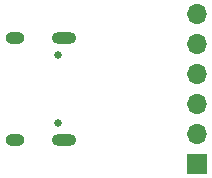
<source format=gbr>
%TF.GenerationSoftware,KiCad,Pcbnew,(6.0.1)*%
%TF.CreationDate,2022-02-05T19:44:41+08:00*%
%TF.ProjectId,Type-C_Ext,54797065-2d43-45f4-9578-742e6b696361,rev?*%
%TF.SameCoordinates,Original*%
%TF.FileFunction,Soldermask,Bot*%
%TF.FilePolarity,Negative*%
%FSLAX46Y46*%
G04 Gerber Fmt 4.6, Leading zero omitted, Abs format (unit mm)*
G04 Created by KiCad (PCBNEW (6.0.1)) date 2022-02-05 19:44:41*
%MOMM*%
%LPD*%
G01*
G04 APERTURE LIST*
%ADD10R,1.700000X1.700000*%
%ADD11O,1.700000X1.700000*%
%ADD12C,0.650000*%
%ADD13O,2.100000X1.000000*%
%ADD14O,1.600000X1.000000*%
G04 APERTURE END LIST*
D10*
%TO.C,J2*%
X120060009Y-95733006D03*
D11*
X120060009Y-93193006D03*
X120060009Y-90653006D03*
X120060009Y-88113006D03*
X120060009Y-85573006D03*
X120060009Y-83033006D03*
%TD*%
D12*
%TO.C,J1*%
X108264000Y-92298000D03*
X108264000Y-86518000D03*
D13*
X108794000Y-93728000D03*
X108794000Y-85088000D03*
D14*
X104614000Y-85088000D03*
X104614000Y-93728000D03*
%TD*%
M02*

</source>
